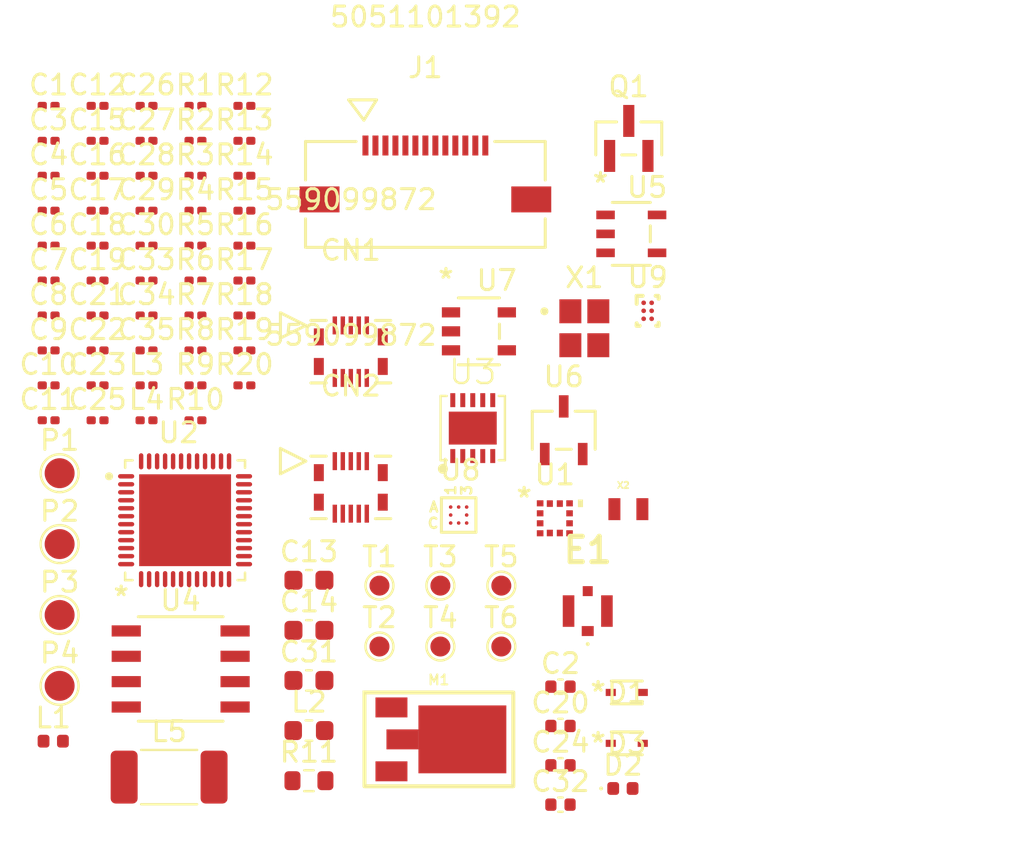
<source format=kicad_pcb>
(kicad_pcb (version 20240108) (generator "pcbnew") (generator_version "8.0")
  (layers (0 "F.Cu" signal) (31 "B.Cu" signal) (34 "B.Paste" user) (35 "F.Paste" user) (36 "B.SilkS" user "B.Silkscreen") (37 "F.SilkS" user "F.Silkscreen") (38 "B.Mask" user) (39 "F.Mask" user) (44 "Edge.Cuts" user))
  (net 0 "")
  (net 1 "Net-(U2-DEC4)")
  (net 2 "GND")
  (net 3 "3V3")
  (net 4 "Net-(U2-XC2)")
  (net 5 "Net-(U1-IO_VDD)")
  (net 6 "Net-(U2-P0.00{slash}XL1)")
  (net 7 "Net-(U2-XC1)")
  (net 8 "Net-(U2-DEC1)")
  (net 9 "Net-(U2-P0.01{slash}XL2)")
  (net 10 "Net-(U2-DEC3)")
  (net 11 "Net-(U2-DEC2)")
  (net 12 "Net-(U3-VREG)")
  (net 13 "Net-(C15-Pad1)")
  (net 14 "Net-(C15-Pad2)")
  (net 15 "Net-(U2-ANT)")
  (net 16 "VBAT")
  (net 17 "Net-(U5-CE)")
  (net 18 "Net-(D1-CATHODE)")
  (net 19 "Net-(D3-CATHODE)")
  (net 20 "Net-(D3-ANODE)")
  (net 21 "Net-(J1-VPP)")
  (net 22 "Net-(J1-VCOMH)")
  (net 23 "POWER_UP")
  (net 24 "BAT_P")
  (net 25 "RX2")
  (net 26 "RX3")
  (net 27 "TX0")
  (net 28 "RX1")
  (net 34 "SCL")
  (net 35 "HR_EN2")
  (net 36 "HR_INT")
  (net 37 "SDA")
  (net 38 "VUSB")
  (net 40 "Net-(J1-IREF)")
  (net 41 "SPI_CLK")
  (net 43 "OLED_CS")
  (net 44 "OLED_RES")
  (net 45 "OLED_A0")
  (net 46 "MOSI")
  (net 47 "Net-(L1-Pad2)")
  (net 48 "Net-(U2-DCC)")
  (net 49 "Net-(U9-SW)")
  (net 50 "Net-(Q1-B)")
  (net 51 "Net-(U3-CRX1)")
  (net 52 "Net-(U3-CRX3)")
  (net 53 "Net-(U3-CRX2)")
  (net 54 "RDY")
  (net 55 "Net-(U4-~HOLD~)")
  (net 56 "CLK")
  (net 57 "Net-(U4-~WP~)")
  (net 58 "C_STATUS")
  (net 59 "Net-(U7-ISEN)")
  (net 60 "MOTOR_DRV")
  (net 61 "Net-(U9-FB)")
  (net 62 "RX")
  (net 63 "TX")
  (net 64 "DIO")
  (net 65 "AC_CLK")
  (net 66 "AC_INT1")
  (net 68 "AC_MISO")
  (net 69 "AC_MOSI")
  (net 70 "AC_CS#")
  (net 74 "OLED_EN1")
  (net 78 "FLASH_CS")
  (net 80 "MISO")
  (net 81 "INT")
  (footprint "OD07_PLUS_-easyedapro:R_0201_0603Metric" (layer "F.Cu") (at 126.89475 75.287001)
    (property "Reference" "R4" (at 0 -1.05 0) (layer "F.SilkS"))
    (property "Value" "10K")
    (pad "1" smd roundrect (at -0.32 0) (size 0.46 0.4) (layers "F.Cu" "F.Mask") (net 54 "RDY"))
    (pad "2" smd roundrect (at 0.32 0) (size 0.46 0.4) (layers "F.Cu" "F.Mask") (net 3 "3V3"))
  )
  (footprint "OD07_PLUS_-easyedapro:C_0201_0603Metric" (layer "F.Cu") (at 121.99475 78.787001)
    (property "Reference" "C19" (at 0 -1.05 0) (layer "F.SilkS"))
    (property "Value" "0.1uF")
    (pad "1" smd roundrect (at -0.32 0) (size 0.46 0.4) (layers "F.Cu" "F.Mask") (net 2 "GND"))
    (pad "2" smd roundrect (at 0.32 0) (size 0.46 0.4) (layers "F.Cu" "F.Mask") (net 3 "3V3"))
  )
  (footprint "OD07_PLUS_-easyedapro:C_0201_0603Metric" (layer "F.Cu") (at 121.99475 75.287001)
    (property "Reference" "C17" (at 0 -1.05 0) (layer "F.SilkS"))
    (property "Value" "NC")
    (pad "1" smd roundrect (at -0.32 0) (size 0.46 0.4) (layers "F.Cu" "F.Mask") (net 14 "Net-(C15-Pad2)"))
    (pad "2" smd roundrect (at 0.32 0) (size 0.46 0.4) (layers "F.Cu" "F.Mask") (net 2 "GND"))
  )
  (footprint "OD07_PLUS_-easyedapro:TestPoint_Pad_D1.0mm" (layer "F.Cu") (at 136.10475 97.117001)
    (property "Reference" "T2" (at 0 -1.448 0) (layer "F.SilkS"))
    (property "Value" "TX")
    (pad "1" smd circle (at 0 0) (size 1 1) (layers "F.Cu" "F.Mask") (net 63 "TX"))
  )
  (footprint "OD07_PLUS_-easyedapro:C_0201_0603Metric" (layer "F.Cu") (at 124.44475 71.787001)
    (property "Reference" "C27" (at 0 -1.05 0) (layer "F.SilkS"))
    (property "Value" "0.1uF")
    (pad "1" smd roundrect (at -0.32 0) (size 0.46 0.4) (layers "F.Cu" "F.Mask") (net 2 "GND"))
    (pad "2" smd roundrect (at 0.32 0) (size 0.46 0.4) (layers "F.Cu" "F.Mask") (net 3 "3V3"))
  )
  (footprint "OD07_PLUS_-easyedapro:R_0201_0603Metric" (layer "F.Cu") (at 126.89475 82.287001)
    (property "Reference" "R8" (at 0 -1.05 0) (layer "F.SilkS"))
    (property "Value" "10K")
    (pad "1" smd roundrect (at -0.32 0) (size 0.46 0.4) (layers "F.Cu" "F.Mask") (net 3 "3V3"))
    (pad "2" smd roundrect (at 0.32 0) (size 0.46 0.4) (layers "F.Cu" "F.Mask") (net 58 "C_STATUS"))
  )
  (footprint "OD07_PLUS_-easyedapro:CON_559099872" (layer "F.Cu") (at 134.669946 82.3505)
    (property "Reference" "CN1" (at 0 -5.08 0) (layer "F.SilkS"))
    (property "Value" "559099872")
    (fp_text user "559099872" (at 0 -7.619999 0) (layer "F.SilkS"))
    (pad "1" smd rect (at -0.800001 -1.314999) (size 0.22 0.9) (layers "F.Cu" "F.Paste" "F.Mask") (net 28 "RX1"))
    (pad "2" smd rect (at -0.399999 -1.314999) (size 0.22 0.9) (layers "F.Cu" "F.Paste" "F.Mask") (net 25 "RX2"))
    (pad "3" smd rect (at 0 -1.314999) (size 0.22 0.9) (layers "F.Cu" "F.Paste" "F.Mask") (net 26 "RX3"))
    (pad "4" smd rect (at 0.399999 -1.314999) (size 0.22 0.9) (layers "F.Cu" "F.Paste" "F.Mask") (net 27 "TX0"))
    (pad "5" smd rect (at 0.800001 -1.314999) (size 0.22 0.9) (layers "F.Cu" "F.Paste" "F.Mask"))
    (pad "6" smd rect (at -0.800001 1.314999) (size 0.22 0.9) (layers "F.Cu" "F.Paste" "F.Mask"))
    (pad "7" smd rect (at -0.399999 1.314999) (size 0.22 0.9) (layers "F.Cu" "F.Paste" "F.Mask"))
    (pad "8" smd rect (at 0 1.314999) (size 0.22 0.9) (layers "F.Cu" "F.Paste" "F.Mask"))
    (pad "9" smd rect (at 0.399999 1.314999) (size 0.22 0.9) (layers "F.Cu" "F.Paste" "F.Mask") (net 2 "GND"))
    (pad "10" smd rect (at 0.800001 1.314999) (size 0.22 0.9) (layers "F.Cu" "F.Paste" "F.Mask") (net 2 "GND"))
    (pad "P1" smd rect (at -1.6 0.74) (size 0.5 0.85) (layers "F.Cu" "F.Paste" "F.Mask"))
    (pad "P2" smd rect (at 1.599997 0.74) (size 0.5 0.85) (layers "F.Cu" "F.Paste" "F.Mask"))
    (pad "P3" smd rect (at -1.6 -0.74) (size 0.5 0.85) (layers "F.Cu" "F.Paste" "F.Mask"))
    (pad "P4" smd rect (at 1.599997 -0.74) (size 0.5 0.85) (layers "F.Cu" "F.Paste" "F.Mask"))
  )
  (footprint "OD07_PLUS_-easyedapro:D_0402_1005Metric" (layer "F.Cu") (at 148.28975 104.227001)
    (property "Reference" "D2" (at 0 -1.17 0) (layer "F.SilkS"))
    (property "Value" "BTR04F15")
    (pad "1" smd roundrect (at -0.485 0) (size 0.59 0.64) (layers "F.Cu" "F.Paste" "F.Mask") (net 2 "GND"))
    (pad "2" smd roundrect (at 0.485 0) (size 0.59 0.64) (layers "F.Cu" "F.Paste" "F.Mask") (net 38 "VUSB"))
  )
  (footprint "OD07_PLUS_-easyedapro:C_0201_0603Metric" (layer "F.Cu") (at 119.54475 71.787001)
    (property "Reference" "C3" (at 0 -1.05 0) (layer "F.SilkS"))
    (property "Value" "0.1uF")
    (pad "1" smd roundrect (at -0.32 0) (size 0.46 0.4) (layers "F.Cu" "F.Mask") (net 2 "GND"))
    (pad "2" smd roundrect (at 0.32 0) (size 0.46 0.4) (layers "F.Cu" "F.Mask") (net 3 "3V3"))
  )
  (footprint "OD07_PLUS_-easyedapro:L_0201_0603Metric" (layer "F.Cu") (at 124.44475 84.037001)
    (property "Reference" "L3" (at 0 -1.05 0) (layer "F.SilkS"))
    (property "Value" "3.9nH")
    (pad "1" smd roundrect (at -0.32 0) (size 0.46 0.4) (layers "F.Cu" "F.Mask") (net 15 "Net-(U2-ANT)"))
    (pad "2" smd roundrect (at 0.32 0) (size 0.46 0.4) (layers "F.Cu" "F.Mask") (net 13 "Net-(C15-Pad1)"))
  )
  (footprint "OD07_PLUS_-easyedapro:C_0603_1608Metric" (layer "F.Cu") (at 132.57475 98.817001)
    (property "Reference" "C31" (at 0 -1.43 0) (layer "F.SilkS"))
    (property "Value" "2.2uF")
    (pad "1" smd roundrect (at -0.775 0) (size 0.9 0.95) (layers "F.Cu" "F.Paste" "F.Mask") (net 21 "Net-(J1-VPP)"))
    (pad "2" smd roundrect (at 0.775 0) (size 0.9 0.95) (layers "F.Cu" "F.Paste" "F.Mask") (net 2 "GND"))
  )
  (footprint "OD07_PLUS_-easyedapro:C_0201_0603Metric" (layer "F.Cu") (at 124.44475 77.037001)
    (property "Reference" "C30" (at 0 -1.05 0) (layer "F.SilkS"))
    (property "Value" "0.1uF")
    (pad "1" smd roundrect (at -0.32 0) (size 0.46 0.4) (layers "F.Cu" "F.Mask") (net 2 "GND"))
    (pad "2" smd roundrect (at 0.32 0) (size 0.46 0.4) (layers "F.Cu" "F.Mask") (net 21 "Net-(J1-VPP)"))
  )
  (footprint "OD07_PLUS_-easyedapro:CON_5051101392_MOL" (layer "F.Cu") (at 138.403238 74.474201)
    (property "Reference" "J1" (at 0 -6.35 0) (layer "F.SilkS"))
    (property "Value" "5051101392")
    (fp_text user "5051101392" (at 0 -8.89 0) (layer "F.SilkS"))
    (pad "1" smd rect (at -2.999999 -2.45) (size 0.3 1) (layers "F.Cu" "F.Paste" "F.Mask"))
    (pad "2" smd rect (at -2.5 -2.45) (size 0.3 1) (layers "F.Cu" "F.Paste" "F.Mask") (net 21 "Net-(J1-VPP)"))
    (pad "3" smd rect (at -1.999999 -2.45) (size 0.3 1) (layers "F.Cu" "F.Paste" "F.Mask") (net 22 "Net-(J1-VCOMH)"))
    (pad "4" smd rect (at -1.5 -2.45) (size 0.3 1) (layers "F.Cu" "F.Paste" "F.Mask") (net 3 "3V3"))
    (pad "5" smd rect (at -0.999998 -2.45) (size 0.3 1) (layers "F.Cu" "F.Paste" "F.Mask") (net 2 "GND"))
    (pad "6" smd rect (at -0.499999 -2.45) (size 0.3 1) (layers "F.Cu" "F.Paste" "F.Mask") (net 40 "Net-(J1-IREF)"))
    (pad "7" smd rect (at 0 -2.45) (size 0.3 1) (layers "F.Cu" "F.Paste" "F.Mask") (net 43 "OLED_CS"))
    (pad "8" smd rect (at 0.500002 -2.45) (size 0.3 1) (layers "F.Cu" "F.Paste" "F.Mask") (net 44 "OLED_RES"))
    (pad "9" smd rect (at 1.000001 -2.45) (size 0.3 1) (layers "F.Cu" "F.Paste" "F.Mask") (net 45 "OLED_A0"))
    (pad "10" smd rect (at 1.500002 -2.45) (size 0.3 1) (layers "F.Cu" "F.Paste" "F.Mask") (net 41 "SPI_CLK"))
    (pad "11" smd rect (at 2.000001 -2.45) (size 0.3 1) (layers "F.Cu" "F.Paste" "F.Mask") (net 46 "MOSI"))
    (pad "12" smd rect (at 2.5 -2.45) (size 0.3 1) (layers "F.Cu" "F.Paste" "F.Mask") (net 2 "GND"))
    (pad "13" smd rect (at 3.000002 -2.45) (size 0.3 1) (layers "F.Cu" "F.Paste" "F.Mask"))
    (pad "P1" smd rect (at -5.299994 0.249999) (size 2 1.3) (layers "F.Cu" "F.Paste" "F.Mask"))
    (pad "P2" smd rect (at 5.299994 0.249999) (size 2 1.3) (layers "F.Cu" "F.Paste" "F.Mask"))
  )
  (footprint "OD07_PLUS_-easyedapro:C_0201_0603Metric" (layer "F.Cu") (at 119.54475 82.287001)
    (property "Reference" "C9" (at 0 -1.05 0) (layer "F.SilkS"))
    (property "Value" "0.1uF")
    (pad "1" smd roundrect (at -0.32 0) (size 0.46 0.4) (layers "F.Cu" "F.Mask") (net 8 "Net-(U2-DEC1)"))
    (pad "2" smd roundrect (at 0.32 0) (size 0.46 0.4) (layers "F.Cu" "F.Mask") (net 2 "GND"))
  )
  (footprint "OD07_PLUS_-easyedapro:L_0402_1005Metric" (layer "F.Cu") (at 119.77475 101.857001)
    (property "Reference" "L1" (at 0 -1.17 0) (layer "F.SilkS"))
    (property "Value" "15nH")
    (pad "1" smd roundrect (at -0.485 0) (size 0.59 0.64) (layers "F.Cu" "F.Paste" "F.Mask") (net 1 "Net-(U2-DEC4)"))
    (pad "2" smd roundrect (at 0.485 0) (size 0.59 0.64) (layers "F.Cu" "F.Paste" "F.Mask") (net 47 "Net-(L1-Pad2)"))
  )
  (footprint "OD07_PLUS_-easyedapro:C_0201_0603Metric" (layer "F.Cu") (at 119.54475 80.537001)
    (property "Reference" "C8" (at 0 -1.05 0) (layer "F.SilkS"))
    (property "Value" "12pF")
    (pad "1" smd roundrect (at -0.32 0) (size 0.46 0.4) (layers "F.Cu" "F.Mask") (net 7 "Net-(U2-XC1)"))
    (pad "2" smd roundrect (at 0.32 0) (size 0.46 0.4) (layers "F.Cu" "F.Mask") (net 2 "GND"))
  )
  (footprint "OD07_PLUS_-easyedapro:SOT-23_MCC" (layer "F.Cu") (at 148.58395 71.668601)
    (property "Reference" "Q1" (at -0.01 -2.59 0) (layer "F.SilkS"))
    (property "Value" "MMBT3904")
    (pad "1" smd rect (at -0.95885 0.8763) (size 0.5588 1.6002) (layers "F.Cu" "F.Paste" "F.Mask") (net 50 "Net-(Q1-B)"))
    (pad "2" smd rect (at 0.95885 0.8763) (size 0.5588 1.6002) (layers "F.Cu" "F.Paste" "F.Mask") (net 2 "GND"))
    (pad "3" smd rect (at 0 -0.8763) (size 0.5588 1.6002) (layers "F.Cu" "F.Paste" "F.Mask") (net 20 "Net-(D3-ANODE)"))
  )
  (footprint "OD07_PLUS_-easyedapro:TestPoint_Pad_D1.5mm" (layer "F.Cu") (at 120.09475 95.537001)
    (property "Reference" "P3" (at 0 -1.648 0) (layer "F.SilkS"))
    (property "Value" "GND")
    (pad "1" smd circle (at 0 0) (size 1.5 1.5) (layers "F.Cu" "F.Mask") (net 2 "GND"))
  )
  (footprint "OD07_PLUS_-easyedapro:C_0201_0603Metric" (layer "F.Cu") (at 121.99475 70.037001)
    (property "Reference" "C12" (at 0 -1.05 0) (layer "F.SilkS"))
    (property "Value" "NC")
    (pad "1" smd roundrect (at -0.32 0) (size 0.46 0.4) (layers "F.Cu" "F.Mask") (net 11 "Net-(U2-DEC2)"))
    (pad "2" smd roundrect (at 0.32 0) (size 0.46 0.4) (layers "F.Cu" "F.Mask") (net 2 "GND"))
  )
  (footprint "OD07_PLUS_-easyedapro:R_0201_0603Metric" (layer "F.Cu") (at 126.89475 77.037001)
    (property "Reference" "R5" (at 0 -1.05 0) (layer "F.SilkS"))
    (property "Value" "10K")
    (pad "1" smd roundrect (at -0.32 0) (size 0.46 0.4) (layers "F.Cu" "F.Mask") (net 3 "3V3"))
    (pad "2" smd roundrect (at 0.32 0) (size 0.46 0.4) (layers "F.Cu" "F.Mask") (net 55 "Net-(U4-~HOLD~)"))
  )
  (footprint "OD07_PLUS_-easyedapro:TestPoint_Pad_D1.0mm" (layer "F.Cu") (at 139.15475 94.067001)
    (property "Reference" "T3" (at 0 -1.448 0) (layer "F.SilkS"))
    (property "Value" "SWDIO")
    (pad "1" smd circle (at 0 0) (size 1 1) (layers "F.Cu" "F.Mask") (net 64 "DIO"))
  )
  (footprint "OD07_PLUS_-easyedapro:TestPoint_Pad_D1.5mm" (layer "F.Cu") (at 120.09475 99.087001)
    (property "Reference" "P4" (at 0 -1.648 0) (layer "F.SilkS"))
    (property "Value" "B-")
    (pad "1" smd circle (at 0 0) (size 1.5 1.5) (layers "F.Cu" "F.Mask") (net 2 "GND"))
  )
  (footprint "OD07_PLUS_-easyedapro:WL-CSPBGA8_1p2x1p2x0p5_AKM" (layer "F.Cu") (at 140.06925 90.531501)
    (property "Reference" "U8" (at 0.09 -2.25 0) (layer "F.SilkS"))
    (property "Value" "AK09911C")
    (fp_text user "C" (at -1.28 0.41 0) (layer "F.SilkS") (effects (font (size 0.5 0.5))))
    (fp_text user "1" (at -0.4 -1.2446 90) (layer "F.SilkS") (effects (font (size 0.5 0.5))))
    (fp_text user "A" (at -1.2446 -0.4 0) (layer "F.SilkS") (effects (font (size 0.5 0.5))))
    (fp_text user "3" (at 0.4 -1.2446 90) (layer "F.SilkS") (effects (font (size 0.5 0.5))))
    (pad "A1" smd circle (at -0.4 -0.4) (size 0.1778 0.1778) (layers "F.Cu" "F.Paste" "F.Mask") (net 3 "3V3"))
    (pad "A2" smd circle (at 0 -0.4) (size 0.1778 0.1778) (layers "F.Cu" "F.Paste" "F.Mask"))
    (pad "A3" smd circle (at 0.4 -0.4) (size 0.1778 0.1778) (layers "F.Cu" "F.Paste" "F.Mask") (net 81 "INT"))
    (pad "B1" smd circle (at -0.4 0) (size 0.1778 0.1778) (layers "F.Cu" "F.Paste" "F.Mask") (net 2 "GND"))
    (pad "B3" smd circle (at 0.4 0) (size 0.1778 0.1778) (layers "F.Cu" "F.Paste" "F.Mask") (net 34 "SCL"))
    (pad "C1" smd circle (at -0.4 0.4) (size 0.1778 0.1778) (layers "F.Cu" "F.Paste" "F.Mask") (net 3 "3V3"))
    (pad "C2" smd circle (at 0 0.4) (size 0.1778 0.1778) (layers "F.Cu" "F.Paste" "F.Mask"))
    (pad "C3" smd circle (at 0.4 0.4) (size 0.1778 0.1778) (layers "F.Cu" "F.Paste" "F.Mask") (net 37 "SDA"))
  )
  (footprint "OD07_PLUS_-easyedapro:R_0201_0603Metric" (layer "F.Cu") (at 126.89475 84.037001)
    (property "Reference" "R9" (at 0 -1.05 0) (layer "F.SilkS"))
    (property "Value" "NC")
    (pad "1" smd roundrect (at -0.32 0) (size 0.46 0.4) (layers "F.Cu" "F.Mask") (net 17 "Net-(U5-CE)"))
    (pad "2" smd roundrect (at 0.32 0) (size 0.46 0.4) (layers "F.Cu" "F.Mask") (net 16 "VBAT"))
  )
  (footprint "OD07_PLUS_-easyedapro:R_0201_0603Metric" (layer "F.Cu") (at 126.89475 71.787001)
    (property "Reference" "R2" (at 0 -1.05 0) (layer "F.SilkS"))
    (property "Value" "330R")
    (pad "1" smd roundrect (at -0.32 0) (size 0.46 0.4) (layers "F.Cu" "F.Mask") (net 52 "Net-(U3-CRX3)"))
    (pad "2" smd roundrect (at 0.32 0) (size 0.46 0.4) (layers "F.Cu" "F.Mask") (net 26 "RX3"))
  )
  (footprint "OD07_PLUS_-easyedapro:C_0201_0603Metric" (layer "F.Cu") (at 121.99475 71.787001)
    (property "Reference" "C15" (at 0 -1.05 0) (layer "F.SilkS"))
    (property "Value" "12pF")
    (pad "1" smd roundrect (at -0.32 0) (size 0.46 0.4) (layers "F.Cu" "F.Mask") (net 13 "Net-(C15-Pad1)"))
    (pad "2" smd roundrect (at 0.32 0) (size 0.46 0.4) (layers "F.Cu" "F.Mask") (net 14 "Net-(C15-Pad2)"))
  )
  (footprint "OD07_PLUS_-easyedapro:CR_350TA_DIO" (layer "F.Cu") (at 148.48405 99.416701)
    (property "Reference" "D1" (at 0 0 0) (layer "F.SilkS"))
    (property "Value" "ZHCS350TA")
    (fp_text user "*" (at -1.4351 0 0) (layer "F.SilkS"))
    (fp_text user "*" (at -1.4351 0 0) (layer "F.SilkS"))
    (pad "1" smd rect (at -0.8001 0) (size 0.508 0.3556) (layers "F.Cu" "F.Paste" "F.Mask") (net 38 "VUSB"))
    (pad "2" smd rect (at 0.8001 0) (size 0.508 0.3556) (layers "F.Cu" "F.Paste" "F.Mask") (net 18 "Net-(D1-CATHODE)"))
  )
  (footprint "OD07_PLUS_-easyedapro:C_0402_1005Metric" (layer "F.Cu") (at 145.16475 99.127001)
    (property "Reference" "C2" (at 0 -1.16 0) (layer "F.SilkS"))
    (property "Value" "4.7uF")
    (pad "1" smd roundrect (at -0.48 0) (size 0.56 0.62) (layers "F.Cu" "F.Paste" "F.Mask") (net 2 "GND"))
    (pad "2" smd roundrect (at 0.48 0) (size 0.56 0.62) (layers "F.Cu" "F.Paste" "F.Mask") (net 3 "3V3"))
  )
  (footprint "OD07_PLUS_-easyedapro:IQS263B" (layer "F.Cu") (at 140.77475 86.177001)
    (property "Reference" "U3" (at 0 -2.81 0) (layer "F.SilkS") (effects (font (size 1.2 1.2) (thickness 0.12))))
    (property "Value" "IQS263")
    (pad "1" smd rect (at -1 1.4 90) (size 0.7 0.25) (layers "F.Cu" "F.Paste" "F.Mask") (net 2 "GND"))
    (pad "2" smd rect (at -0.5 1.4 90) (size 0.7 0.25) (layers "F.Cu" "F.Paste" "F.Mask") (net 51 "Net-(U3-CRX1)"))
    (pad "3" smd rect (at 0 1.4 90) (size 0.7 0.25) (layers "F.Cu" "F.Paste" "F.Mask") (net 53 "Net-(U3-CRX2)"))
    (pad "4" smd rect (at 0.5 1.4 90) (size 0.7 0.25) (layers "F.Cu" "F.Paste" "F.Mask") (net 3 "3V3"))
    (pad "5" smd rect (at 1 1.4 90) (size 0.7 0.25) (layers "F.Cu" "F.Paste" "F.Mask") (net 12 "Net-(U3-VREG)"))
    (pad "6" smd rect (at 1 -1.4 90) (size 0.7 0.25) (layers "F.Cu" "F.Paste" "F.Mask") (net 54 "RDY"))
    (pad "7" smd rect (at 0.5 -1.4 90) (size 0.7 0.25) (layers "F.Cu" "F.Paste" "F.Mask") (net 37 "SDA"))
    (pad "8" smd rect (at 0 -1.4 90) (size 0.7 0.25) (layers "F.Cu" "F.Paste" "F.Mask") (net 34 "SCL"))
    (pad "9" smd rect (at -0.5 -1.4 90) (size 0.7 0.25) (layers "F.Cu" "F.Paste" "F.Mask") (net 52 "Net-(U3-CRX3)"))
    (pad "10" smd rect (at -1 -1.4 90) (size 0.7 0.25) (layers "F.Cu" "F.Paste" "F.Mask") (net 27 "TX0"))
    (pad "11" smd rect (at 0 0) (size 2.4 1.65) (layers "F.Cu" "F.Paste" "F.Mask") (net 2 "GND"))
  )
  (footprint "OD07_PLUS_-easyedapro:TestPoint_Pad_D1.0mm" (layer "F.Cu") (at 142.20475 97.117001)
    (property "Reference" "T6" (at 0 -1.448 0) (layer "F.SilkS"))
    (property "Value" "GND")
    (pad "1" smd circle (at 0 0) (size 1 1) (layers "F.Cu" "F.Mask") (net 2 "GND"))
  )
  (footprint "OD07_PLUS_-easyedapro:CR_350TA_DIO" (layer "F.Cu") (at 148.48405 101.966101)
    (property "Reference" "D3" (at 0 0 0) (layer "F.SilkS"))
    (property "Value" "ZHCS350TA")
    (fp_text user "*" (at -1.4351 0 0) (layer "F.SilkS"))
    (fp_text user "*" (at -1.4351 0 0) (layer "F.SilkS"))
    (pad "1" smd rect (at -0.8001 0) (size 0.508 0.3556) (layers "F.Cu" "F.Paste" "F.Mask") (net 20 "Net-(D3-ANODE)"))
    (pad "2" smd rect (at 0.8001 0) (size 0.508 0.3556) (layers "F.Cu" "F.Paste" "F.Mask") (net 19 "Net-(D3-CATHODE)"))
  )
  (footprint "OD07_PLUS_-easyedapro:C_0201_0603Metric" (layer "F.Cu") (at 119.54475 85.787001)
    (property "Reference" "C11" (at 0 -1.05 0) (layer "F.SilkS"))
    (property "Value" "100pF")
    (pad "1" smd roundrect (at -0.32 0) (size 0.46 0.4) (layers "F.Cu" "F.Mask") (net 10 "Net-(U2-DEC3)"))
    (pad "2" smd roundrect (at 0.32 0) (size 0.46 0.4) (layers "F.Cu" "F.Mask") (net 2 "GND"))
  )
  (footprint "OD07_PLUS_-easyedapro:CON_559099872" (layer "F.Cu") (at 134.669946 89.147499)
    (property "Reference" "CN2" (at 0 -5.08 0) (layer "F.SilkS"))
    (property "Value" "559099872")
    (fp_text user "559099872" (at 0 -7.619999 0) (layer "F.SilkS"))
    (pad "1" smd rect (at -0.800001 -1.314999) (size 0.22 0.9) (layers "F.Cu" "F.Paste" "F.Mask") (net 37 "SDA"))
    (pad "2" smd rect (at -0.399999 -1.314999) (size 0.22 0.9) (layers "F.Cu" "F.Paste" "F.Mask") (net 34 "SCL"))
    (pad "3" smd rect (at 0 -1.314999) (size 0.22 0.9) (layers "F.Cu" "F.Paste" "F.Mask") (net 36 "HR_INT"))
    (pad "4" smd rect (at 0.399999 -1.314999) (size 0.22 0.9) (layers "F.Cu" "F.Paste" "F.Mask") (net 35 "HR_EN2"))
    (pad "5" smd rect (at 0.800001 -1.314999) (size 0.22 0.9) (layers "F.Cu" "F.Paste" "F.Mask") (net 3 "3V3"))
    (pad "6" smd rect (at -0.800001 1.314999) (size 0.22 0.9) (layers "F.Cu" "F.Paste" "F.Mask") (net 16 "VBAT"))
    (pad "7" smd rect (at -0.399999 1.314999) (size 0.22 0.9) (layers "F.Cu" "F.Paste" "F.Mask") (net 16 "VBAT"))
    (pad "8" smd rect (at 0 1.314999) (size 0.22 0.9) (layers "F.Cu" "F.Paste" "F.Mask"))
    (pad "9" smd rect (at 0.399999 1.314999) (size 0.22 0.9) (layers "F.Cu" "F.Paste" "F.Mask") (net 2 "GND"))
    (pad "10" smd rect (at 0.800001 1.314999) (size 0.22 0.9) (layers "F.Cu" "F.Paste" "F.Mask") (net 2 "GND"))
    (pad "P1" smd rect (at -1.6 0.74) (size 0.5 0.85) (layers "F.Cu" "F.Paste" "F.Mask"))
    (pad "P2" smd rect (at 1.599997 0.74) (size 0.5 0.85) (layers "F.Cu" "F.Paste" "F.Mask"))
    (pad "P3" smd rect (at -1.6 -0.74) (size 0.5 0.85) (layers "F.Cu" "F.Paste" "F.Mask"))
    (pad "P4" smd rect (at 1.599997 -0.74) (size 0.5 0.85) (layers "F.Cu" "F.Paste" "F.Mask"))
  )
  (footprint "OD07_PLUS_-easyedapro:C_0603_1608Metric" (layer "F.Cu") (at 132.57475 96.307001)
    (property "Reference" "C14" (at 0 -1.43 0) (layer "F.SilkS"))
    (property "Value" "2.2uF")
    (pad "1" smd roundrect (at -0.775 0) (size 0.9 0.95) (layers "F.Cu" "F.Paste" "F.Mask") (net 12 "Net-(U3-VREG)"))
    (pad "2" smd roundrect (at 0.775 0) (size 0.9 0.95) (layers "F.Cu" "F.Paste" "F.Mask") (net 2 "GND"))
  )
  (footprint "OD07_PLUS_-easyedapro:R_0201_0603Metric" (layer "F.Cu") (at 126.89475 73.537001)
    (property "Reference" "R3" (at 0 -1.05 0) (layer "F.SilkS"))
    (property "Value" "330R")
    (pad "1" smd roundrect (at -0.32 0) (size 0.46 0.4) (layers "F.Cu" "F.Mask") (net 25 "RX2"))
    (pad "2" smd roundrect (at 0.32 0) (size 0.46 0.4) (layers "F.Cu" "F.Mask") (net 53 "Net-(U3-CRX2)"))
  )
  (footprint "OD07_PLUS_-easyedapro:C_0402_1005Metric" (layer "F.Cu") (at 145.16475 101.097001)
    (property "Reference" "C20" (at 0 -1.16 0) (layer "F.SilkS"))
    (property "Value" "4.7uF")
    (pad "1" smd roundrect (at -0.48 0) (size 0.56 0.62) (layers "F.Cu" "F.Paste" "F.Mask") (net 3 "3V3"))
    (pad "2" smd roundrect (at 0.48 0) (size 0.56 0.62) (layers "F.Cu" "F.Paste" "F.Mask") (net 2 "GND"))
  )
  (footprint "OD07_PLUS_-easyedapro:R_0201_0603Metric" (layer "F.Cu") (at 129.34475 75.287001)
    (property "Reference" "R15" (at 0 -1.05 0) (layer "F.SilkS"))
    (property "Value" "155K 1%")
    (pad "1" smd roundrect (at -0.32 0) (size 0.46 0.4) (layers "F.Cu" "F.Mask") (net 61 "Net-(U9-FB)"))
    (pad "2" smd roundrect (at 0.32 0) (size 0.46 0.4) (layers "F.Cu" "F.Mask") (net 2 "GND"))
  )
  (footprint "OD07_PLUS_-easyedapro:TestPoint_Pad_D1.5mm" (layer "F.Cu") (at 120.09475 88.437001)
    (property "Reference" "P1" (at 0 -1.648 0) (layer "F.SilkS"))
    (property "Value" "VUSB")
    (pad "1" smd circle (at 0 0) (size 1.5 1.5) (layers "F.Cu" "F.Mask") (net 38 "VUSB"))
  )
  (footprint "OD07_PLUS_-easyedapro:R_0201_0603Metric" (layer "F.Cu") (at 129.34475 73.537001)
    (property "Reference" "R14" (at 0 -1.05 0) (layer "F.SilkS"))
    (property "Value" "810K 1%")
    (pad "1" smd roundrect (at -0.32 0) (size 0.46 0.4) (layers "F.Cu" "F.Mask") (net 61 "Net-(U9-FB)"))
    (pad "2" smd roundrect (at 0.32 0) (size 0.46 0.4) (layers "F.Cu" "F.Mask") (net 21 "Net-(J1-VPP)"))
  )
  (footprint "OD07_PLUS_-easyedapro:C_0201_0603Metric" (layer "F.Cu") (at 119.54475 84.037001)
    (property "Reference" "C10" (at 0 -1.05 0) (layer "F.SilkS"))
    (property "Value" "20PF")
    (pad "1" smd roundrect (at -0.32 0) (size 0.46 0.4) (layers "F.Cu" "F.Mask") (net 2 "GND"))
    (pad "2" smd roundrect (at 0.32 0) (size 0.46 0.4) (layers "F.Cu" "F.Mask") (net 9 "Net-(U2-P0.01{slash}XL2)"))
  )
  (footprint "OD07_PLUS_-easyedapro:TestPoint_Pad_D1.0mm" (layer "F.Cu") (at 139.15475 97.117001)
    (property "Reference" "T4" (at 0 -1.448 0) (layer "F.SilkS"))
    (property "Value" "SWDCLK")
    (pad "1" smd circle (at 0 0) (size 1 1) (layers "F.Cu" "F.Mask") (net 56 "CLK"))
  )
  (footprint "OD07_PLUS_-easyedapro:R_0201_0603Metric" (layer "F.Cu") (at 129.34475 82.287001)
    (property "Reference" "R19" (at 0 -1.05 0) (layer "F.SilkS"))
    (property "Value" "1M_1%")
    (pad "1" smd roundrect (at -0.32 0) (size 0.46 0.4) (layers "F.Cu" "F.Mask") (net 16 "VBAT"))
    (pad "2" smd roundrect (at 0.32 0) (size 0.46 0.4) (layers "F.Cu" "F.Mask") (net 24 "BAT_P"))
  )
  (footprint "OD07_PLUS_-easyedapro:R_0201_0603Metric" (layer "F.Cu") (at 126.89475 78.787001)
    (property "Reference" "R6" (at 0 -1.05 0) (layer "F.SilkS"))
    (property "Value" "10K")
    (pad "1" smd roundrect (at -0.32 0) (size 0.46 0.4) (layers "F.Cu" "F.Mask") (net 56 "CLK"))
    (pad "2" smd roundrect (at 0.32 0) (size 0.46 0.4) (layers "F.Cu" "F.Mask") (net 2 "GND"))
  )
  (footprint "OD07_PLUS_-easyedapro:C_0201_0603Metric" (layer "F.Cu") (at 119.54475 78.787001)
    (property "Reference" "C7" (at 0 -1.05 0) (layer "F.SilkS"))
    (property "Value" "20PF")
    (pad "1" smd roundrect (at -0.32 0) (size 0.46 0.4) (layers "F.Cu" "F.Mask") (net 2 "GND"))
    (pad "2" smd roundrect (at 0.32 0) (size 0.46 0.4) (layers "F.Cu" "F.Mask") (net 6 "Net-(U2-P0.00{slash}XL1)"))
  )
  (footprint "OD07_PLUS_-easyedapro:R_0201_0603Metric" (layer "F.Cu") (at 129.34475 77.037001)
    (property "Reference" "R16" (at 0 -1.05 0) (layer "F.SilkS"))
    (property "Value" "560K")
    (pad "1" smd roundrect (at -0.32 0) (size 0.46 0.4) (layers "F.Cu" "F.Mask") (net 40 "Net-(J1-IREF)"))
    (pad "2" smd roundrect (at 0.32 0) (size 0.46 0.4) (layers "F.Cu" "F.Mask") (net 2 "GND"))
  )
  (footprint "OD07_PLUS_-easyedapro:R_0201_0603Metric" (layer "F.Cu") (at 129.34475 80.537001)
    (property "Reference" "R18" (at 0 -1.05 0) (layer "F.SilkS"))
    (property "Value" "1M_1%")
    (pad "1" smd roundrect (at -0.32 0) (size 0.46 0.4) (layers "F.Cu" "F.Mask") (net 23 "POWER_UP"))
    (pad "2" smd roundrect (at 0.32 0) (size 0.46 0.4) (layers "F.Cu" "F.Mask") (net 2 "GND"))
  )
  (footprint "OD07_PLUS_-easyedapro:XC61C_SOT-23_TOR" (layer "F.Cu") (at 145.32775 86.284801)
    (property "Reference" "U6" (at 0 -2.68 0) (layer "F.SilkS"))
    (property "Value" "XC61CC3302MR-G")
    (pad "1" smd rect (at -0.950001 1.1938) (size 0.4826 1.1176) (layers "F.Cu" "F.Paste" "F.Mask") (net 17 "Net-(U5-CE)"))
    (pad "2" smd rect (at 0.950001 1.1938) (size 0.4826 1.1176) (layers "F.Cu" "F.Paste" "F.Mask") (net 2 "GND"))
    (pad "3" smd rect (at 0 -1.1938) (size 0.4826 1.1176) (layers "F.Cu" "F.Paste" "F.Mask") (net 16 "VBAT"))
  )
  (footprint "OD07_PLUS_-easyedapro:C_0201_0603Metric" (layer "F.Cu") (at 124.44475 75.287001)
    (property "Reference" "C29" (at 0 -1.05 0) (layer "F.SilkS"))
    (property "Value" "1uF")
    (pad "1" smd roundrect (at -0.32 0) (size 0.46 0.4) (layers "F.Cu" "F.Mask") (net 16 "VBAT"))
    (pad "2" smd roundrect (at 0.32 0) (size 0.46 0.4) (layers "F.Cu" "F.Mask") (net 2 "GND"))
  )
  (footprint "OD07_PLUS_-easyedapro:R_0603_1608Metric" (layer "F.Cu") (at 132.57475 103.837001)
    (property "Reference" "R11" (at 0 -1.43 0) (layer "F.SilkS"))
    (property "Value" "25.5R")
    (pad "1" smd roundrect (at -0.825 0) (size 0.8 0.95) (layers "F.Cu" "F.Paste" "F.Mask") (net 16 "VBAT"))
    (pad "2" smd roundrect (at 0.825 0) (size 0.8 0.95) (layers "F.Cu" "F.Paste" "F.Mask") (net 19 "Net-(D3-CATHODE)"))
  )
  (footprint "OD07_PLUS_-easyedapro:C_0201_0603Metric" (layer "F.Cu") (at 124.44475 70.037001)
    (property "Reference" "C26" (at 0 -1.05 0) (layer "F.SilkS"))
    (property "Value" "0.1uF")
    (pad "1" smd roundrect (at -0.32 0) (size 0.46 0.4) (layers "F.Cu" "F.Mask") (net 2 "GND"))
    (pad "2" smd roundrect (at 0.32 0) (size 0.46 0.4) (layers "F.Cu" "F.Mask") (net 3 "3V3"))
  )
  (footprint "OD07_PLUS_-easyedapro:C_0201_0603Metric" (layer "F.Cu") (at 119.54475 73.537001)
    (property "Reference" "C4" (at 0 -1.05 0) (layer "F.SilkS"))
    (property "Value" "12pF")
    (pad "1" smd roundrect (at -0.32 0) (size 0.46 0.4) (layers "F.Cu" "F.Mask") (net 4 "Net-(U2-XC2)"))
    (pad "2" smd roundrect (at 0.32 0) (size 0.46 0.4) (layers "F.Cu" "F.Mask") (net 2 "GND"))
  )
  (footprint "OD07_PLUS_-easyedapro:C_0603_1608Metric" (layer "F.Cu") (at 132.57475 93.797001)
    (property "Reference" "C13" (at 0 -1.43 0) (layer "F.SilkS"))
    (property "Value" "2.2uF")
    (pad "1" smd roundrect (at -0.775 0) (size 0.9 0.95) (layers "F.Cu" "F.Paste" "F.Mask") (net 3 "3V3"))
    (pad "2" smd roundrect (at 0.775 0) (size 0.9 0.95) (layers "F.Cu" "F.Paste" "F.Mask") (net 2 "GND"))
  )
  (footprint "OD07_PLUS_-easyedapro:C_0402_1005Metric" (layer "F.Cu") (at 145.16475 103.067001)
    (property "Reference" "C24" (at 0 -1.16 0) (layer "F.SilkS"))
    (property "Value" "4.7uF")
    (pad "1" smd roundrect (at -0.48 0) (size 0.56 0.62) (layers "F.Cu" "F.Paste" "F.Mask") (net 16 "VBAT"))
    (pad "2" smd roundrect (at 0.48 0) (size 0.56 0.62) (layers "F.Cu" "F.Paste" "F.Mask") (net 2 "GND"))
  )
  (footprint "OD07_PLUS_-easyedapro:LGA12_2X2_KNX" (layer "F.Cu") (at 144.88325 90.695501)
    (property "Reference" "U1" (at 0 -2.18 0) (layer "F.SilkS"))
    (property "Value" "KX122_1037")
    (fp_text user "*" (at -1.5367 -1 0) (layer "F.SilkS"))
    (fp_text user "*" (at -1.5367 -1 0) (layer "F.SilkS"))
    (pad "1" smd rect (at -0.7366 -0.750001 90) (size 0.3048 0.3302) (layers "F.Cu" "F.Paste" "F.Mask") (net 68 "AC_MISO"))
    (pad "2" smd rect (at -0.7366 -0.25 90) (size 0.3048 0.3302) (layers "F.Cu" "F.Paste" "F.Mask") (net 69 "AC_MOSI"))
    (pad "3" smd rect (at -0.7366 0.25 90) (size 0.3048 0.3302) (layers "F.Cu" "F.Paste" "F.Mask") (net 5 "Net-(U1-IO_VDD)"))
    (pad "4" smd rect (at -0.7366 0.750001 90) (size 0.3048 0.3302) (layers "F.Cu" "F.Paste" "F.Mask") (net 2 "GND"))
    (pad "5" smd rect (at -0.25 0.7366) (size 0.3048 0.3302) (layers "F.Cu" "F.Paste" "F.Mask") (net 66 "AC_INT1"))
    (pad "6" smd rect (at 0.25 0.7366) (size 0.3048 0.3302) (layers "F.Cu" "F.Paste" "F.Mask"))
    (pad "7" smd rect (at 0.7366 0.750001 90) (size 0.3048 0.3302) (layers "F.Cu" "F.Paste" "F.Mask") (net 3 "3V3"))
    (pad "8" smd rect (at 0.7366 0.25 90) (size 0.3048 0.3302) (layers "F.Cu" "F.Paste" "F.Mask") (net 2 "GND"))
    (pad "9" smd rect (at 0.7366 -0.25 90) (size 0.3048 0.3302) (layers "F.Cu" "F.Paste" "F.Mask") (net 2 "GND"))
    (pad "10" smd rect (at 0.7366 -0.750001 90) (size 0.3048 0.3302) (layers "F.Cu" "F.Paste" "F.Mask") (net 70 "AC_CS#"))
    (pad "11" smd rect (at 0.25 -0.7366) (size 0.3048 0.3302) (layers "F.Cu" "F.Paste" "F.Mask"))
    (pad "12" smd rect (at -0.25 -0.7366) (size 0.3048 0.3302) (layers "F.Cu" "F.Paste" "F.Mask") (net 65 "AC_CLK"))
  )
  (footprint "OD07_PLUS_-easyedapro:C_0201_0603Metric" (layer "F.Cu") (at 124.44475 82.287001)
    (property "Reference" "C35" (at 0 -1.05 0) (layer "F.SilkS"))
    (property "Value" "0.1uF")
    (pad "1" smd roundrect (at -0.32 0) (size 0.46 0.4) (layers "F.Cu" "F.Mask") (net 24 "BAT_P"))
    (pad "2" smd roundrect (at 0.32 0) (size 0.46 0.4) (layers "F.Cu" "F.Mask") (net 2 "GND"))
  )
  (footprint "OD07_PLUS_-easyedapro:C_0201_0603Metric" (layer "F.Cu") (at 119.54475 75.287001)
    (property "Reference" "C5" (at 0 -1.05 0) (layer "F.SilkS"))
    (property "Value" "0.1uF")
    (pad "1" smd roundrect (at -0.32 0) (size 0.46 0.4) (layers "F.Cu" "F.Mask") (net 5 "Net-(U1-IO_VDD)"))
    (pad "2" smd roundrect (at 0.32 0) (size 0.46 0.4) (layers "F.Cu" "F.Mask") (net 2 "GND"))
  )
  (footprint "OD07_PLUS_-easyedapro:C_0201_0603Metric" (layer "F.Cu") (at 121.99475 82.287001)
    (property "Reference" "C22" (at 0 -1.05 0) (layer "F.SilkS"))
    (property "Value" "0.1uF")
    (pad "1" smd roundrect (at -0.32 0) (size 0.46 0.4) (layers "F.Cu" "F.Mask") (net 2 "GND"))
    (pad "2" smd roundrect (at 0.32 0) (size 0.46 0.4) (layers "F.Cu" "F.Mask") (net 16 "VBAT"))
  )
  (footprint "OD07_PLUS_-easyedapro:XTAL_ECS-.327-12.5-12-TR" (layer "F.Cu") (at 148.56475 90.237001)
    (property "Reference" "X2" (at -0.254313 -1.197695 0) (layer "F.SilkS") (effects (font (size 0.320399 0.320399))))
    (property "Value" "32.768KHz")
    (pad "1" smd rect (at -0.7 0) (size 0.6 1.1) (layers "F.Cu" "F.Paste" "F.Mask") (net 9 "Net-(U2-P0.01{slash}XL2)"))
    (pad "2" smd rect (at 0.7 0) (size 0.6 1.1) (layers "F.Cu" "F.Paste" "F.Mask") (net 6 "Net-(U2-P0.00{slash}XL1)"))
  )
  (footprint "OD07_PLUS_-easyedapro:TestPoint_Pad_D1.5mm" (layer "F.Cu") (at 120.09475 91.987001)
    (property "Reference" "P2" (at 0 -1.648 0) (layer "F.SilkS"))
    (property "Value" "B+")
    (pad "1" smd circle (at 0 0) (size 1.5 1.5) (layers "F.Cu" "F.Mask") (net 16 "VBAT"))
  )
  (footprint "OD07_PLUS_-easyedapro:TestPoint_Pad_D1.0mm" (layer "F.Cu") (at 142.20475 94.067001)
    (property "Reference" "T5" (at 0 -1.448 0) (layer "F.SilkS"))
    (property "Value" "3V3")
    (pad "1" smd circle (at 0 0) (size 1 1) (layers "F.Cu" "F.Mask") (net 3 "3V3"))
  )
  (footprint "OD07_PLUS_-easyedapro:C_0201_0603Metric" (layer "F.Cu") (at 119.54475 70.037001)
    (property "Reference" "C1" (at 0 -1.05 0) (layer "F.SilkS"))
    (property "Value" "1uF")
    (pad "1" smd roundrect (at -0.32 0) (size 0.46 0.4) (layers "F.Cu" "F.Mask") (net 2 "GND"))
    (pad "2" smd roundrect (at 0.32 0) (size 0.46 0.4) (layers "F.Cu" "F.Mask") (net 1 "Net-(U2-DEC4)"))
  )
  (footprint "OD07_PLUS_-easyedapro:R_0201_0603Metric" (layer "F.Cu") (at 129.34475 84.037001)
    (property "Reference" "R20" (at 0 -1.05 0) (layer "F.SilkS"))
    (property "Value" "196K_1%")
    (pad "1" smd roundrect (at -0.32 0) (size 0.46 0.4) (layers "F.Cu" "F.Mask") (net 24 "BAT_P"))
    (pad "2" smd roundrect (at 0.32 0) (size 0.46 0.4) (layers "F.Cu" "F.Mask") (net 2 "GND"))
  )
  (footprint "OD07_PLUS_-easyedapro:L_0603_1608Metric" (layer "F.Cu") (at 132.57475 101.327001)
    (property "Reference" "L2" (at 0 -1.43 0) (layer "F.SilkS"))
    (property "Value" "10uH")
    (pad "1" smd roundrect (at -0.7875 0) (size 0.875 0.95) (layers "F.Cu" "F.Paste" "F.Mask") (net 47 "Net-(L1-Pad2)"))
    (pad "2" smd roundrect (at 0.7875 0) (size 0.875 0.95) (layers "F.Cu" "F.Paste" "F.Mask") (net 48 "Net-(U2-DCC)"))
  )
  (footprint "OD07_PLUS_-easyedapro:C_0201_0603Metric" (layer "F.Cu") (at 119.54475 77.037001)
    (property "Reference" "C6" (at 0 -1.05 0) (layer "F.SilkS"))
    (property "Value" "0.1uF")
    (pad "1" smd roundrect (at -0.32 0) (size 0.46 0.4) (layers "F.Cu" "F.Mask") (net 3 "3V3"))
    (pad "2" smd roundrect (at 0.32 0) (size 0.46 0.4) (layers "F.Cu" "F.Mask") (net 2 "GND"))
  )
  (footprint "OD07_PLUS_-easyedapro:XTAL_FA-20H_32.0000MF12Y-W3" (layer "F.Cu") (at 146.35975 81.177001)
    (property "Reference" "X1" (at 0 -2.535 0) (layer "F.SilkS"))
    (property "Value" "CRYSTAL1-4/SM")
    (pad "1" smd rect (at -0.7 -0.85) (size 1.1 1.2) (layers "F.Cu" "F.Paste" "F.Mask") (net 4 "Net-(U2-XC2)"))
    (pad "2" smd rect (at -0.7 0.85) (size 1.1 1.2) (layers "F.Cu" "F.Paste" "F.Mask") (net 2 "GND"))
    (pad "3" smd rect (at 0.7 0.85) (size 1.1 1.2) (layers "F.Cu" "F.Paste" "F.Mask") (net 7 "Net-(U2-XC1)"))
    (pad "4" smd rect (at 0.7 -0.85) (size 1.1 1.2) (layers "F.Cu" "F.Paste" "F.Mask") (net 2 "GND"))
  )
  (footprint "OD07_PLUS_-easyedapro:C_0201_0603Metric" (layer "F.Cu") (at 124.44475 80.537001)
    (property "Reference" "C34" (at 0 -1.05 0) (layer "F.SilkS"))
    (property "Value" "0.1uF")
    (pad "1" smd roundrect (at -0.32 0) (size 0.46 0.4) (layers "F.Cu" "F.Mask") (net 23 "POWER_UP"))
    (pad "2" smd roundrect (at 0.32 0) (size 0.46 0.4) (layers "F.Cu" "F.Mask") (net 2 "GND"))
  )
  (footprint "OD07_PLUS_-easyedapro:Z3OC1T8219731" (layer "F.Cu") (at 139.07975 101.767001)
    (property "Reference" "M1" (at -0.01 -2.98 0) (layer "F.SilkS") (effects (font (size 0.5 0.5) (thickness 0.1))))
    (property "Value" "Z3OC1T8219731")
    (pad "1" smd rect (at -2.375 -1.6) (size 1.6 1) (layers "F.Cu" "F.Paste" "F.Mask") (net 19 "Net-(D3-CATHODE)"))
    (pad "2" smd rect (at -2.375 1.6) (size 1.6 1) (layers "F.Cu" "F.Paste" "F.Mask") (net 20 "Net-(D3-ANODE)"))
    (pad "3" smd rect (at -1.825 0) (size 1.6 1) (layers "F.Cu" "F.Paste" "F.Mask") (net 2 "GND"))
    (pad "3" smd custom (at 1.175 0) (size 4.4 3.4) (layers "F.Cu" "F.Paste" "F.Mask") (net 2 "GND") (options (clearance outline) (anchor rect)) (primitives))
  )
  (footprint "OD07_PLUS_-easyedapro:L_2010_5025Metric" (layer "F.Cu") (at 125.57475 103.657001)
    (property "Reference" "L5" (at 0 -2.28 0) (layer "F.SilkS"))
    (property "Value" "LQH2MCN100M52")
    (pad "1" smd roundrect (at -2.25 0) (size 1.35 2.65) (layers "F.Cu" "F.Paste" "F.Mask") (roundrect_rratio 0.185185) (net 16 "VBAT"))
    (pad "2" smd roundrect (at 2.25 0) (size 1.35 2.65) (layers "F.Cu" "F.Paste" "F.Mask") (roundrect_rratio 0.185185) (net 49 "Net-(U9-SW)"))
  )
  (footprint "OD07_PLUS_-easyedapro:R_0201_0603Metric" (layer "F.Cu") (at 126.89475 85.787001)
    (property "Reference" "R10" (at 0 -1.05 0) (layer "F.SilkS"))
    (property "Value" "16K_1%")
    (pad "1" smd roundrect (at -0.32 0) (size 0.46 0.4) (layers "F.Cu" "F.Mask") (net 59 "Net-(U7-ISEN)"))
    (pad "2" smd roundrect (at 0.32 0) (size 0.46 0.4) (layers "F.Cu" "F.Mask") (net 2 "GND"))
  )
  (footprint "OD07_PLUS_-easyedapro:C_0201_0603Metric" (layer "F.Cu") (at 121.99475 73.537001)
    (property "Reference" "C16" (at 0 -1.05 0) (layer "F.SilkS"))
    (property "Value" "0.8pF")
    (pad "1" smd roundrect (at -0.32 0) (size 0.46 0.4) (layers "F.Cu" "F.Mask") (net 15 "Net-(U2-ANT)"))
    (pad "2" smd roundrect (at 0.32 0) (size 0.46 0.4) (layers "F.Cu" "F.Mask") (net 2 "GND"))
  )
  (footprint "OD07_PLUS_-easyedapro:XC6215B332MR_G" (layer "F.Cu") (at 148.71095 76.450001)
    (property "Reference" "U5" (at 0.79 -2.33 0) (layer "F.SilkS"))
    (property "Value" "XC6215B332MR-G")
    (fp_text user "*" (at -1.54305 -2.5248 0) (layer "F.SilkS"))
    (fp_text user "*" (at -1.54305 -2.5248 0) (layer "F.SilkS"))
    (pad "1" smd rect (at -1.28905 -0.950001) (size 0.9271 0.4318) (layers "F.Cu" "F.Paste" "F.Mask") (net 16 "VBAT"))
    (pad "2" smd rect (at -1.28905 0) (size 0.9271 0.4318) (layers "F.Cu" "F.Paste" "F.Mask") (net 2 "GND"))
    (pad "3" smd rect (at -1.28905 0.950001) (size 0.9271 0.4318) (layers "F.Cu" "F.Paste" "F.Mask") (net 17 "Net-(U5-CE)"))
    (pad "4" smd rect (at 1.28905 0.950001) (size 0.9271 0.4318) (layers "F.Cu" "F.Paste" "F.Mask"))
    (pad "5" smd rect (at 1.28905 -0.950001) (size 0.9271 0.4318) (layers "F.Cu" "F.Paste" "F.Mask") (net 3 "3V3"))
  )
  (footprint "OD07_PLUS_-easyedapro:C_0201_0603Metric" (layer "F.Cu") (at 124.44475 78.787001)
    (property "Reference" "C33" (at 0 -1.05 0) (layer "F.SilkS"))
    (property "Value" "0.1uF")
    (pad "1" smd roundrect (at -0.32 0) (size 0.46 0.4) (layers "F.Cu" "F.Mask") (net 3 "3V3"))
    (pad "2" smd roundrect (at 0.32 0) (size 0.46 0.4) (layers "F.Cu" "F.Mask") (net 2 "GND"))
  )
  (footprint "OD07_PLUS_-easyedapro:R_0201_0603Metric" (layer "F.Cu") (at 126.89475 70.037001)
    (property "Reference" "R1" (at 0 -1.05 0) (layer "F.SilkS"))
    (property "Value" "330R")
    (pad "1" smd roundrect (at -0.32 0) (size 0.46 0.4) (layers "F.Cu" "F.Mask") (net 28 "RX1"))
    (pad "2" smd roundrect (at 0.32 0) (size 0.46 0.4) (layers "F.Cu" "F.Mask") (net 51 "Net-(U3-CRX1)"))
  )
  (footprint "OD07_PLUS_-easyedapro:C_0402_1005Metric" (layer "F.Cu") (at 145.16475 105.037001)
    (property "Reference" "C32" (at 0 -1.16 0) (layer "F.SilkS"))
    (property "Value" "4.7uF")
    (pad "1" smd roundrect (at -0.48 0) (size 0.56 0.62) (layers "F.Cu" "F.Paste" "F.Mask") (net 2 "GND"))
    (pad "2" smd roundrect (at 0.48 0) (size 0.56 0.62) (layers "F.Cu" "F.Paste" "F.Mask") (net 22 "Net-(J1-VCOMH)"))
  )
  (footprint "OD07_PLUS_-easyedapro:C_0201_0603Metric" (layer "F.Cu") (at 121.99475 84.037001)
    (property "Reference" "C23" (at 0 -1.05 0) (layer "F.SilkS"))
    (property "Value" "0.1uF")
    (pad "1" smd roundrect (at -0.32 0) (size 0.46 0.4) (layers "F.Cu" "F.Mask") (net 2 "GND"))
    (pad "2" smd roundrect (at 0.32 0) (size 0.46 0.4) (layers "F.Cu" "F.Mask") (net 17 "Net-(U5-CE)"))
  )
  (footprint "OD07_PLUS_-easyedapro:R_0201_0603Metric" (layer "F.Cu") (at 129.34475 78.787001)
    (property "Reference" "R17" (at 0 -1.05 0) (layer "F.SilkS"))
    (property "Value" "1M_1%")
    (pad "1" smd roundrect (at -0.32 0) (size 0.46 0.4) (layers "F.Cu" "F.Mask") (net 38 "VUSB"))
    (pad "2" smd roundrect (at 0.32 0) (size 0.46 0.4) (layers "F.Cu" "F.Mask") (net 23 "POWER_UP"))
  )
  (footprint "OD07_PLUS_-easyedapro:R_0201_0603Metric" (layer "F.Cu") (at 129.34475 70.037001)
    (property "Reference" "R12" (at 0 -1.05 0) (layer "F.SilkS"))
    (property "Value" "2K")
    (pad "1" smd roundrect (at -0.32 0) (size 0.46 0.4) (layers "F.Cu" "F.Mask") (net 60 "MOTOR_DRV"))
    (pad "2" smd roundrect (at 0.32 0) (size 0.46 0.4) (layers "F.Cu" "F.Mask") (net 50 "Net-(Q1-B)"))
  )
  (footprint "OD07_PLUS_-easyedapro:R_0201_0603Metric" (layer "F.Cu") (at 129.34475 71.787001)
    (property "Reference" "R13" (at 0 -1.05 0) (layer "F.SilkS"))
    (property "Value" "1M")
    (pad "1" smd roundrect (at -0.32 0) (size 0.46 0.4) (layers "F.Cu" "F.Mask") (net 50 "Net-(Q1-B)"))
    (pad "2" smd roundrect (at 0.32 0) (size 0.46 0.4) (layers "F.Cu" "F.Mask") (net 2 "GND"))
  )
  (footprint "OD07_PLUS_-easyedapro:C_0201_0603Metric" (layer "F.Cu") (at 121.99475 77.037001)
    (property "Reference" "C18" (at 0 -1.05 0) (layer "F.SilkS"))
    (property "Value" "0.1uF")
    (pad "1" smd roundrect (at -0.32 0) (size 0.46 0.4) (layers "F.Cu" "F.Mask") (net 3 "3V3"))
    (pad "2" smd roundrect (at 0.32 0) (size 0.46 0.4) (layers "F.Cu" "F.Mask") (net 2 "GND"))
  )
  (footprint "OD07_PLUS_-easyedapro:C_0201_0603Metric" (layer "F.Cu") (at 121.99475 85.787001)
    (property "Reference" "C25" (at 0 -1.05 0) (layer "F.SilkS"))
    (property "Value" "1uF")
    (pad "1" smd roundrect (at -0.32 0) (size 0.46 0.4) (layers "F.Cu" "F.Mask") (net 18 "Net-(D1-CATHODE)"))
    (pad "2" smd roundrect (at 0.32 0) (size 0.46 0.4) (layers "F.Cu" "F.Mask") (net 2 "GND"))
  )
  (footprint "OD07_PLUS_-easyedapro:TestPoint_Pad_D1.0mm" (layer "F.Cu") (at 136.10475 94.067001)
    (property "Reference" "T1" (at 0 -1.448 0) (layer "F.SilkS"))
    (property "Value" "RX")
    (pad "1" smd circle (at 0 0) (size 1 1) (layers "F.Cu" "F.Mask") (net 62 "RX"))
  )
  (footprint "OD07_PLUS_-easyedapro:C_0201_0603Metric" (layer "F.Cu") (at 121.99475 80.537001)
    (property "Reference" "C21" (at 0 -1.05 0) (layer "F.SilkS"))
    (property "Value" "0.1uF")
    (pad "1" smd roundrect (at -0.32 0) (size 0.46 0.4) (layers "F.Cu" "F.Mask") (net 3 "3V3"))
    (pad "2" smd roundrect (at 0.32 0) (size 0.46 0.4) (layers "F.Cu" "F.Mask") (net 2 "GND"))
  )
  (footprint "OD07_PLUS_-easyedapro:L_0201_0603Metric" (layer "F.Cu") (at 124.44475 85.787001)
    (property "Reference" "L4" (at 0 -1.05 0) (layer "F.SilkS"))
    (property "Value" "NC")
    (pad "1" smd roundrect (at -0.32 0) (size 0.46 0.4) (layers "F.Cu" "F.Mask") (net 2 "GND"))
    (pad "2" smd roundrect (at 0.32 0) (size 0.46 0.4) (layers "F.Cu" "F.Mask") (net 13 "Net-(C15-Pad1)"))
  )
  (footprint "OD07_PLUS_-easyedapro:QFN40P600X600X90-49N" (layer "F.Cu") (at 126.37475 90.792001)
    (property "Reference" "U2" (at -0.325 -4.385 0) (layer "F.SilkS"))
    (property "Value" "NRF52832")
    (pad "1" smd oval (at -2.95 -2.2) (size 0.81 0.22) (layers "F.Cu" "F.Paste" "F.Mask") (net 8 "Net-(U2-DEC1)"))
    (pad "2" smd oval (at -2.95 -1.8) (size 0.81 0.22) (layers "F.Cu" "F.Paste" "F.Mask") (net 6 "Net-(U2-P0.00{slash}XL1)"))
    (pad "3" smd oval (at -2.95 -1.4) (size 0.81 0.22) (layers "F.Cu" "F.Paste" "F.Mask") (net 9 "Net-(U2-P0.01{slash}XL2)"))
    (pad "4" smd oval (at -2.95 -1) (size 0.81 0.22) (layers "F.Cu" "F.Paste" "F.Mask") (net 69 "AC_MOSI"))
    (pad "5" smd oval (at -2.95 -0.6) (size 0.81 0.22) (layers "F.Cu" "F.Paste" "F.Mask") (net 68 "AC_MISO"))
    (pad "6" smd oval (at -2.95 -0.2) (size 0.81 0.22) (layers "F.Cu" "F.Paste" "F.Mask") (net 24 "BAT_P"))
    (pad "7" smd oval (at -2.95 0.2) (size 0.81 0.22) (layers "F.Cu" "F.Paste" "F.Mask") (net 65 "AC_CLK"))
    (pad "8" smd oval (at -2.95 0.6) (size 0.81 0.22) (layers "F.Cu" "F.Paste" "F.Mask") (net 70 "AC_CS#"))
    (pad "9" smd oval (at -2.95 1) (size 0.81 0.22) (layers "F.Cu" "F.Paste" "F.Mask"))
    (pad "10" smd oval (at -2.95 1.4) (size 0.81 0.22) (layers "F.Cu" "F.Paste" "F.Mask") (net 66 "AC_INT1"))
    (pad "11" smd oval (at -2.95 1.8) (size 0.81 0.22) (layers "F.Cu" "F.Paste" "F.Mask") (net 34 "SCL"))
    (pad "12" smd oval (at -2.95 2.2) (size 0.81 0.22) (layers "F.Cu" "F.Paste" "F.Mask") (net 37 "SDA"))
    (pad "13" smd oval (at -2.2 2.95) (size 0.22 0.81) (layers "F.Cu" "F.Paste" "F.Mask") (net 3 "3V3"))
    (pad "14" smd oval (at -1.8 2.95) (size 0.22 0.81) (layers "F.Cu" "F.Paste" "F.Mask") (net 60 "MOTOR_DRV"))
    (pad "15" smd oval (at -1.4 2.95) (size 0.22 0.81) (layers "F.Cu" "F.Paste" "F.Mask") (net 81 "INT"))
    (pad "16" smd oval (at -1 2.95) (size 0.22 0.81) (layers "F.Cu" "F.Paste" "F.Mask") (net 74 "OLED_EN1"))
    (pad "17" smd oval (at -0.6 2.95) (size 0.22 0.81) (layers "F.Cu" "F.Paste" "F.Mask") (net 58 "C_STATUS"))
    (pad "18" smd oval (at -0.2 2.95) (size 0.22 0.81) (layers "F.Cu" "F.Paste" "F.Mask") (net 23 "POWER_UP"))
    (pad "19" smd oval (at 0.2 2.95) (size 0.22 0.81) (layers "F.Cu" "F.Paste" "F.Mask"))
    (pad "20" smd oval (at 0.6 2.95) (size 0.22 0.81) (layers "F.Cu" "F.Paste" "F.Mask") (net 78 "FLASH_CS"))
    (pad "21" smd oval (at 1 2.95) (size 0.22 0.81) (layers "F.Cu" "F.Paste" "F.Mask") (net 35 "HR_EN2"))
    (pad "22" smd oval (at 1.4 2.95) (size 0.22 0.81) (layers "F.Cu" "F.Paste" "F.Mask") (net 36 "HR_INT"))
    (pad "23" smd oval (at 1.8 2.95) (size 0.22 0.81) (layers "F.Cu" "F.Paste" "F.Mask"))
    (pad "24" smd oval (at 2.2 2.95) (size 0.22 0.81) (layers "F.Cu" "F.Paste" "F.Mask") (net 54 "RDY"))
    (pad "25" smd oval (at 2.95 2.2) (size 0.81 0.22) (layers "F.Cu" "F.Paste" "F.Mask") (net 56 "CLK"))
    (pad "26" smd oval (at 2.95 1.8) (size 0.81 0.22) (layers "F.Cu" "F.Paste" "F.Mask") (net 64 "DIO"))
    (pad "27" smd oval (at 2.95 1.4) (size 0.81 0.22) (layers "F.Cu" "F.Paste" "F.Mask") (net 63 "TX"))
    (pad "28" smd oval (at 2.95 1) (size 0.81 0.22) (layers "F.Cu" "F.Paste" "F.Mask") (net 62 "RX"))
    (pad "29" smd oval (at 2.95 0.6) (size 0.81 0.22) (layers "F.Cu" "F.Paste" "F.Mask"))
    (pad "30" smd oval (at 2.95 0.2) (size 0.81 0.22) (layers "F.Cu" "F.Paste" "F.Mask") (net 15 "Net-(U2-ANT)"))
    (pad "31" smd oval (at 2.95 -0.2) (size 0.81 0.22) (layers "F.Cu" "F.Paste" "F.Mask") (net 2 "GND"))
    (pad "32" smd oval (at 2.95 -0.6) (size 0.81 0.22) (layers "F.Cu" "F.Paste" "F.Mask") (net 11 "Net-(U2-DEC2)"))
    (pad "33" smd oval (at 2.95 -1) (size 0.81 0.22) (layers "F.Cu" "F.Paste" "F.Mask") (net 10 "Net-(U2-DEC3)"))
    (pad "34" smd oval (at 2.95 -1.4) (size 0.81 0.22) (layers "F.Cu" "F.Paste" "F.Mask") (net 7 "Net-(U2-XC1)"))
    (pad "35" smd oval (at 2.95 -1.8) (size 0.81 0.22) (layers "F.Cu" "F.Paste" "F.Mask") (net 4 "Net-(U2-XC2)"))
    (pad "36" smd oval (at 2.95 -2.2) (size 0.81 0.22) (layers "F.Cu" "F.Paste" "F.Mask") (net 3 "3V3"))
    (pad "37" smd oval (at 2.2 -2.95) (size 0.22 0.81) (layers "F.Cu" "F.Paste" "F.Mask") (net 80 "MISO"))
    (pad "38" smd oval (at 1.8 -2.95) (size 0.22 0.81) (layers "F.Cu" "F.Paste" "F.Mask") (net 46 "MOSI"))
    (pad "39" smd oval (at 1.4 -2.95) (size 0.22 0.81) (layers "F.Cu" "F.Paste" "F.Mask") (net 41 "SPI_CLK"))
    (pad "40" smd oval (at 1 -2.95) (size 0.22 0.81) (layers "F.Cu" "F.Paste" "F.Mask"))
    (pad "41" smd oval (at 0.6 -2.95) (size 0.22 0.81) (layers "F.Cu" "F.Paste" "F.Mask") (net 45 "OLED_A0"))
    (pad "42" smd oval (at 0.2 -2.95) (size 0.22 0.81) (layers "F.Cu" "F.Paste" "F.Mask") (net 44 "OLED_RES"))
    (pad "43" smd oval (at -0.2 -2.95) (size 0.22 0.81) (layers "F.Cu" "F.Paste" "F.Mask") (net 43 "OLED_CS"))
    (pad "44" smd oval (at -0.6 -2.95) (size 0.22 0.81) (layers "F.Cu" "F.Paste" "F.Mask"))
    (pad "45" smd oval (at -1 -2.95) (size 0.22 0.81) (layers "F.Cu" "F.Paste" "F.Mask") (net 2 "GND"))
    (pad "46" smd oval (at -1.4 -2.95) (size 0.22 0.81) (layers "F.Cu" "F.Paste" "F.Mask") (net 1 "Net-(U2-DEC4)"))
    (pad "47" smd oval (at -1.8 -2.95) (size 0.22 0.81) (layers "F.Cu" "F.Paste" "F.Mask") (net 48 "Net-(U2-DCC)"))
    (pad "48" smd oval (at -2.2 -2.95) (size 0.22 0.81) (layers "F.Cu" "F.Paste" "F.Mask") (net 3 "3V3"))
    (pad "49" smd rect (at 0 0) (size 4.6 4.6) (layers "F.Cu" "F.Mask") (net 2 "GND"))
  )
  (footprint "OD07_PLUS_-easyedapro:RECE20449001E01" (layer "F.Cu") (at 146.52975 95.342001)
    (property "Reference" "E1" (at 0 -3.05 0) (layer "F.SilkS") (effects (font (size 1.27 1.27) (thickness 0.254))))
    (property "Value" "RECE.20449.001E.01" (hide yes))
    (pad "1" smd rect (at 0 1 90) (size 0.5 0.6) (layers "F.Cu" "F.Paste" "F.Mask") (net 14 "Net-(C15-Pad2)"))
    (pad "2" smd rect (at 0.96 0) (size 0.58 1.58) (layers "F.Cu" "F.Paste" "F.Mask"))
    (pad "3" smd rect (at 0 -1 90) (size 0.5 0.5) (layers "F.Cu" "F.Paste" "F.Mask"))
    (pad "4" smd rect (at -0.96 0) (size 0.58 1.58) (layers "F.Cu" "F.Paste" "F.Mask"))
  )
  (footprint "OD07_PLUS_-easyedapro:SOP_XC6802_TOR" (layer "F.Cu") (at 141.08255 81.331601)
    (property "Reference" "U7" (at 0.89 -2.55 0) (layer "F.SilkS"))
    (property "Value" "XC6802A42XMR-G")
    (fp_text user "*" (at -1.651 -2.601 0) (layer "F.SilkS"))
    (fp_text user "*" (at -1.651 -2.601 0) (layer "F.SilkS"))
    (pad "1" smd rect (at -1.397 -0.950001) (size 0.9144 0.508) (layers "F.Cu" "F.Paste" "F.Mask") (net 58 "C_STATUS"))
    (pad "2" smd rect (at -1.397 0) (size 0.9144 0.508) (layers "F.Cu" "F.Paste" "F.Mask") (net 2 "GND"))
    (pad "3" smd rect (at -1.397 0.950001) (size 0.9144 0.508) (layers "F.Cu" "F.Paste" "F.Mask") (net 16 "VBAT"))
    (pad "4" smd rect (at 1.397 0.950001) (size 0.9144 0.508) (layers "F.Cu" "F.Paste" "F.Mask") (net 18 "Net-(D1-CATHODE)"))
    (pad "5" smd rect (at 1.397 -0.950001) (size 0.9144 0.508) (layers "F.Cu" "F.Paste" "F.Mask") (net 59 "Net-(U7-ISEN)"))
  )
  (footprint "OD07_PLUS_-easyedapro:YFF0006AAAA" (layer "F.Cu") (at 149.529751 80.302002)
    (property "Reference" "U9" (at 0 -1.67 0) (layer "F.SilkS"))
    (property "Value" "TPS61046")
    (pad "A1" smd circle (at -0.2 -0.399999 90) (size 0.23 0.23) (layers "F.Cu" "F.Mask") (net 16 "VBAT"))
    (pad "A2" smd circle (at 0.2 -0.399999 90) (size 0.23 0.23) (layers "F.Cu" "F.Mask") (net 2 "GND"))
    (pad "B1" smd circle (at -0.2 0.000003 90) (size 0.23 0.23) (layers "F.Cu" "F.Mask") (net 61 "Net-(U9-FB)"))
    (pad "B2" smd circle (at 0.2 0.000003 90) (size 0.23 0.23) (layers "F.Cu" "F.Mask") (net 49 "Net-(U9-SW)"))
    (pad "C1" smd circle (at -0.2 0.400002 90) (size 0.23 0.23) (layers "F.Cu" "F.Mask") (net 74 "OLED_EN1"))
    (pad "C2" smd circle (at 0.2 0.400002 90) (size 0.23 0.23) (layers "F.Cu" "F.Mask") (net 21 "Net-(J1-VPP)"))
  )
  (footprint "OD07_PLUS_-easyedapro:C_0201_0603Metric" (layer "F.Cu") (at 124.44475 73.537001)
    (property "Reference" "C28" (at 0 -1.05 0) (layer "F.SilkS"))
    (property "Value" "0.1uF")
    (pad "1" smd roundrect (at -0.32 0) (size 0.46 0.4) (layers "F.Cu" "F.Mask") (net 19 "Net-(D3-CATHODE)"))
    (pad "2" smd roundrect (at 0.32 0) (size 0.46 0.4) (layers "F.Cu" "F.Mask") (net 20 "Net-(D3-ANODE)"))
  )
  (footprint "OD07_PLUS_-easyedapro:W25X40CLSNIG" (layer "F.Cu") (at 126.15435 98.241401)
    (property "Reference" "U4" (at -0.01 -3.43 0) (layer "F.SilkS"))
    (property "Value" "W25X40CLSNIG")
    (fp_text user "*" (at -2.97815 -3.6068 0) (layer "F.SilkS"))
    (fp_text user "*" (at -2.97815 -3.6068 0) (layer "F.SilkS"))
    (pad "1" smd rect (at -2.72415 -1.905) (size 1.4605 0.5588) (layers "F.Cu" "F.Paste" "F.Mask") (net 78 "FLASH_CS"))
    (pad "2" smd rect (at -2.72415 -0.635) (size 1.4605 0.5588) (layers "F.Cu" "F.Paste" "F.Mask") (net 80 "MISO"))
    (pad "3" smd rect (at -2.72415 0.635) (size 1.4605 0.5588) (layers "F.Cu" "F.Paste" "F.Mask") (net 57 "Net-(U4-~WP~)"))
    (pad "4" smd rect (at -2.72415 1.905) (size 1.4605 0.5588) (layers "F.Cu" "F.Paste" "F.Mask") (net 2 "GND"))
    (pad "5" smd rect (at 2.72415 1.905) (size 1.4605 0.5588) (layers "F.Cu" "F.Paste" "F.Mask") (net 46 "MOSI"))
    (pad "6" smd rect (at 2.72415 0.635) (size 1.4605 0.5588) (layers "F.Cu" "F.Paste" "F.Mask") (net 41 "SPI_CLK"))
    (pad "7" smd rect (at 2.72415 -0.635) (size 1.4605 0.5588) (layers "F.Cu" "F.Paste" "F.Mask") (net 55 "Net-(U4-~HOLD~)"))
    (pad "8" smd rect (at 2.72415 -1.905) (size 1.4605 0.5588) (layers "F.Cu" "F.Paste" "F.Mask") (net 3 "3V3"))
  )
  (footprint "OD07_PLUS_-easyedapro:R_0201_0603Metric" (layer "F.Cu") (at 126.89475 80.537001)
    (property "Reference" "R7" (at 0 -1.05 0) (layer "F.SilkS"))
    (property "Value" "10K")
    (pad "1" smd roundrect (at -0.32 0) (size 0.46 0.4) (layers "F.Cu" "F.Mask") (net 3 "3V3"))
    (pad "2" smd roundrect (at 0.32 0) (size 0.46 0.4) (layers "F.Cu" "F.Mask") (net 57 "Net-(U4-~WP~)"))
  )
)
</source>
